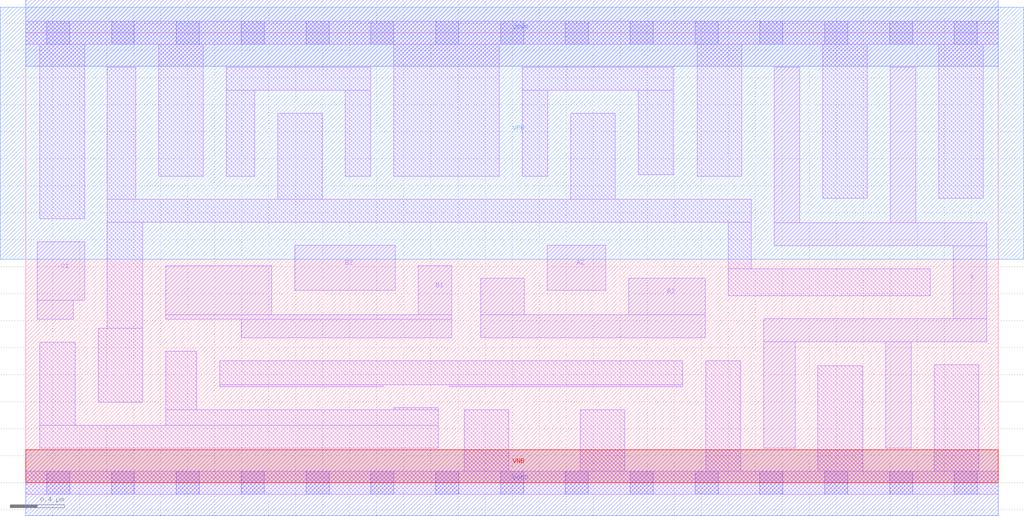
<source format=lef>
# Copyright 2020 The SkyWater PDK Authors
#
# Licensed under the Apache License, Version 2.0 (the "License");
# you may not use this file except in compliance with the License.
# You may obtain a copy of the License at
#
#     https://www.apache.org/licenses/LICENSE-2.0
#
# Unless required by applicable law or agreed to in writing, software
# distributed under the License is distributed on an "AS IS" BASIS,
# WITHOUT WARRANTIES OR CONDITIONS OF ANY KIND, either express or implied.
# See the License for the specific language governing permissions and
# limitations under the License.
#
# SPDX-License-Identifier: Apache-2.0

VERSION 5.7 ;
  NOWIREEXTENSIONATPIN ON ;
  DIVIDERCHAR "/" ;
  BUSBITCHARS "[]" ;
MACRO sky130_fd_sc_lp__o221a_4
  CLASS CORE ;
  FOREIGN sky130_fd_sc_lp__o221a_4 ;
  ORIGIN  0.000000  0.000000 ;
  SIZE  7.200000 BY  3.330000 ;
  SYMMETRY X Y R90 ;
  SITE unit ;
  PIN A1
    ANTENNAGATEAREA  0.630000 ;
    DIRECTION INPUT ;
    USE SIGNAL ;
    PORT
      LAYER li1 ;
        RECT 3.370000 1.075000 5.030000 1.245000 ;
        RECT 3.370000 1.245000 3.690000 1.515000 ;
        RECT 4.465000 1.245000 5.030000 1.515000 ;
    END
  END A1
  PIN A2
    ANTENNAGATEAREA  0.630000 ;
    DIRECTION INPUT ;
    USE SIGNAL ;
    PORT
      LAYER li1 ;
        RECT 3.860000 1.425000 4.295000 1.760000 ;
    END
  END A2
  PIN B1
    ANTENNAGATEAREA  0.630000 ;
    DIRECTION INPUT ;
    USE SIGNAL ;
    PORT
      LAYER li1 ;
        RECT 1.035000 1.210000 3.155000 1.245000 ;
        RECT 1.035000 1.245000 1.820000 1.605000 ;
        RECT 1.595000 1.075000 3.155000 1.210000 ;
        RECT 2.905000 1.245000 3.155000 1.605000 ;
    END
  END B1
  PIN B2
    ANTENNAGATEAREA  0.630000 ;
    DIRECTION INPUT ;
    USE SIGNAL ;
    PORT
      LAYER li1 ;
        RECT 1.990000 1.425000 2.735000 1.760000 ;
    END
  END B2
  PIN C1
    ANTENNAGATEAREA  0.630000 ;
    DIRECTION INPUT ;
    USE SIGNAL ;
    PORT
      LAYER li1 ;
        RECT 0.085000 1.210000 0.350000 1.350000 ;
        RECT 0.085000 1.350000 0.435000 1.785000 ;
    END
  END C1
  PIN X
    ANTENNADIFFAREA  1.176000 ;
    DIRECTION OUTPUT ;
    USE SIGNAL ;
    PORT
      LAYER li1 ;
        RECT 5.465000 0.255000 5.695000 1.045000 ;
        RECT 5.465000 1.045000 7.115000 1.215000 ;
        RECT 5.540000 1.755000 7.115000 1.925000 ;
        RECT 5.540000 1.925000 5.730000 3.075000 ;
        RECT 6.365000 0.255000 6.555000 1.045000 ;
        RECT 6.400000 1.925000 6.590000 3.075000 ;
        RECT 6.865000 1.215000 7.115000 1.755000 ;
    END
  END X
  PIN VGND
    DIRECTION INOUT ;
    USE GROUND ;
    PORT
      LAYER met1 ;
        RECT 0.000000 -0.245000 7.200000 0.245000 ;
    END
  END VGND
  PIN VNB
    DIRECTION INOUT ;
    USE GROUND ;
    PORT
      LAYER pwell ;
        RECT 0.000000 0.000000 7.200000 0.245000 ;
    END
  END VNB
  PIN VPB
    DIRECTION INOUT ;
    USE POWER ;
    PORT
      LAYER nwell ;
        RECT -0.190000 1.655000 7.390000 3.520000 ;
    END
  END VPB
  PIN VPWR
    DIRECTION INOUT ;
    USE POWER ;
    PORT
      LAYER met1 ;
        RECT 0.000000 3.085000 7.200000 3.575000 ;
    END
  END VPWR
  OBS
    LAYER li1 ;
      RECT 0.000000 -0.085000 7.200000 0.085000 ;
      RECT 0.000000  3.245000 7.200000 3.415000 ;
      RECT 0.105000  0.255000 3.055000 0.425000 ;
      RECT 0.105000  0.425000 0.365000 1.040000 ;
      RECT 0.105000  1.955000 0.435000 3.245000 ;
      RECT 0.535000  0.595000 0.865000 1.145000 ;
      RECT 0.605000  1.145000 0.865000 1.930000 ;
      RECT 0.605000  1.930000 5.370000 2.100000 ;
      RECT 0.605000  2.100000 0.815000 3.075000 ;
      RECT 0.985000  2.270000 1.315000 3.245000 ;
      RECT 1.035000  0.425000 3.055000 0.540000 ;
      RECT 1.035000  0.540000 1.265000 0.975000 ;
      RECT 1.435000  0.710000 2.645000 0.725000 ;
      RECT 1.435000  0.725000 4.865000 0.905000 ;
      RECT 1.485000  2.270000 1.695000 2.905000 ;
      RECT 1.485000  2.905000 2.555000 3.075000 ;
      RECT 1.865000  2.100000 2.195000 2.735000 ;
      RECT 2.365000  2.270000 2.555000 2.905000 ;
      RECT 2.725000  0.540000 3.055000 0.555000 ;
      RECT 2.725000  2.270000 3.505000 3.245000 ;
      RECT 3.135000  0.710000 4.865000 0.725000 ;
      RECT 3.245000  0.085000 3.575000 0.540000 ;
      RECT 3.675000  2.270000 3.865000 2.905000 ;
      RECT 3.675000  2.905000 4.795000 3.075000 ;
      RECT 4.035000  2.100000 4.365000 2.735000 ;
      RECT 4.105000  0.085000 4.435000 0.540000 ;
      RECT 4.535000  2.280000 4.795000 2.905000 ;
      RECT 4.970000  2.270000 5.300000 3.245000 ;
      RECT 5.035000  0.085000 5.295000 0.905000 ;
      RECT 5.200000  1.385000 6.695000 1.585000 ;
      RECT 5.200000  1.585000 5.370000 1.930000 ;
      RECT 5.865000  0.085000 6.195000 0.865000 ;
      RECT 5.900000  2.105000 6.230000 3.245000 ;
      RECT 6.725000  0.085000 7.055000 0.875000 ;
      RECT 6.760000  2.105000 7.090000 3.245000 ;
    LAYER mcon ;
      RECT 0.155000 -0.085000 0.325000 0.085000 ;
      RECT 0.155000  3.245000 0.325000 3.415000 ;
      RECT 0.635000 -0.085000 0.805000 0.085000 ;
      RECT 0.635000  3.245000 0.805000 3.415000 ;
      RECT 1.115000 -0.085000 1.285000 0.085000 ;
      RECT 1.115000  3.245000 1.285000 3.415000 ;
      RECT 1.595000 -0.085000 1.765000 0.085000 ;
      RECT 1.595000  3.245000 1.765000 3.415000 ;
      RECT 2.075000 -0.085000 2.245000 0.085000 ;
      RECT 2.075000  3.245000 2.245000 3.415000 ;
      RECT 2.555000 -0.085000 2.725000 0.085000 ;
      RECT 2.555000  3.245000 2.725000 3.415000 ;
      RECT 3.035000 -0.085000 3.205000 0.085000 ;
      RECT 3.035000  3.245000 3.205000 3.415000 ;
      RECT 3.515000 -0.085000 3.685000 0.085000 ;
      RECT 3.515000  3.245000 3.685000 3.415000 ;
      RECT 3.995000 -0.085000 4.165000 0.085000 ;
      RECT 3.995000  3.245000 4.165000 3.415000 ;
      RECT 4.475000 -0.085000 4.645000 0.085000 ;
      RECT 4.475000  3.245000 4.645000 3.415000 ;
      RECT 4.955000 -0.085000 5.125000 0.085000 ;
      RECT 4.955000  3.245000 5.125000 3.415000 ;
      RECT 5.435000 -0.085000 5.605000 0.085000 ;
      RECT 5.435000  3.245000 5.605000 3.415000 ;
      RECT 5.915000 -0.085000 6.085000 0.085000 ;
      RECT 5.915000  3.245000 6.085000 3.415000 ;
      RECT 6.395000 -0.085000 6.565000 0.085000 ;
      RECT 6.395000  3.245000 6.565000 3.415000 ;
      RECT 6.875000 -0.085000 7.045000 0.085000 ;
      RECT 6.875000  3.245000 7.045000 3.415000 ;
  END
END sky130_fd_sc_lp__o221a_4
END LIBRARY

</source>
